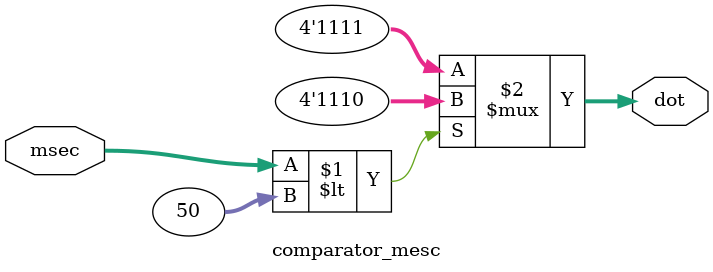
<source format=v>
`timescale 1ns / 1ps

module fnd_controller (
    input [15:0] dist,
    // input [6:0] msec,
    // input [5:0] sec,
    // min,
    // input [4:0] hour,
    input clk,
    reset,
    input sw_mode,
    output [7:0] fnd_font,
    output [3:0] fnd_comm
);

    // wire [3:0] w_digit_msec_1, w_digit_msec_10;
    // wire [3:0] w_digit_sec_1, w_digit_sec_10;
    // wire [3:0] w_digit_min_1, w_digit_min_10;
    // wire [3:0] w_digit_hour_1, w_digit_hour_10;
    wire [3:0] w_bcd;
    wire [2:0] w_seg_sel;
    wire w_clk_1khz;


    // wire [3:0] w_msec_sec, w_min_hour;
    // wire [3:0] dot;

    clock_divider U_clock_divider (
        .clk  (clk),
        .rst  (reset),
        .o_clk(w_clk_1khz)
    );

    // tick_generator_dp U_tick_generator_dp (
    //     .clk  (clk),
    //     .rst  (reset),
    //     .dp_tick(dp_tick)
    // );

    counter_8 U_counter_8 (
        .clk  (w_clk_1khz),
        .rst  (reset),
        .count(w_seg_sel)
    );

    decoder_3x8 U_decoder_3x8 (
        .seg_sel (w_seg_sel),
        .seg_comm(fnd_comm)
    );

    
    digit_splitter #(
        .BIT_WIDTH(7)
    ) U_msec_digit_splitter (
        .bcd(msec),
        .digit_1(w_digit_msec_1),
        .digit_10(w_digit_msec_10)
    );

    digit_splitter #(
        .BIT_WIDTH(6)
    ) U_sec_digit_splitter (
        .bcd(sec),
        .digit_1(w_digit_sec_1),
        .digit_10(w_digit_sec_10)
    );

    digit_splitter #(
        .BIT_WIDTH(6)
    ) U_min_digit_splitter (
        .bcd(min),
        .digit_1(w_digit_min_1),
        .digit_10(w_digit_min_10)
    );

    digit_splitter #(
        .BIT_WIDTH(5)
    ) U_hour_digit_splitter (
        .bcd(hour),
        .digit_1(w_digit_hour_1),
        .digit_10(w_digit_hour_10)
    );

    //
    mux_8x1 U_mux_8x1_msec_sec (
        .sel(w_seg_sel),
        .a0 (w_digit_msec_1),
        .a1 (w_digit_msec_10),
        .a2 (w_digit_sec_1),
        .a3 (w_digit_sec_10),
        .a4 (4'hf),
        .a5 (4'hf),
        .a6 (dot),
        .a7 (4'hf),
        .b  (w_msec_sec)
    );

    mux_8x1 U_mux_8x1_min_hour (
        .sel(w_seg_sel),
        .a0 (w_digit_min_1),
        .a1 (w_digit_min_10),
        .a2 (w_digit_hour_1),
        .a3 (w_digit_hour_10),
        .a4 (4'hf),
        .a5 (4'hf),
        .a6 (dot),
        .a7 (4'hf),
        .b  (w_min_hour)
    );

    // mux_2x1 U_mux_2x1 (
    //     .sel(sw_mode),
    //     .a0 (w_msec_sec),
    //     .a1 (w_min_hour),
    //     .b  (w_bcd)
    // );

    bcdtoseg U_bcdtoseg (
        .bcd(w_bcd),
        .seg(fnd_font)
    );
    
    comparator_mesc U_comparator_msec(  
        .msec(msec),
        .dot(dot)
    );

endmodule

module clock_divider (
    input clk,
    rst,
    output reg o_clk
);
    parameter COUNT = 100_000; // 1ms
    // $clog2 숫자를 나타내는데 필요한 비트 수 계산
    reg [$clog2(COUNT)-1:0] r_counter;

    always @(posedge clk or posedge rst) begin
        if (rst) begin
            r_counter <= 0;
            o_clk <= 0;
        end else begin
            if (r_counter == (COUNT/2) - 1) begin
                r_counter <= 0;
                o_clk <= ~o_clk;  // **토글 방식으로 변경**
            end else begin
                r_counter <= r_counter + 1;
            end
        end
    end
endmodule


// 8진 counter
module counter_8 (
    input clk,
    rst,
    output reg [2:0] count
);
    // 순차회로에서는 = 대신 <= 사용
    // 순차회로 -> 주기가 생겨서 행동을 나눌 수 있음
    always @(posedge clk, posedge rst) begin // clk의 상승 엣지 발생, reset이 눌릴 때
        if (rst) begin
            count <= 0;
        end else begin
            count <= count + 1;
        end
    end

endmodule

// 3x8 decoder
module decoder_3x8 (
    input [2:0] seg_sel,
    output reg [3:0] seg_comm
);
    // 2x4 decoder
    always @(seg_sel) begin
        case (seg_sel)
            3'b000:  seg_comm = 4'b1110;
            3'b001:  seg_comm = 4'b1101;
            3'b010:  seg_comm = 4'b1011;
            3'b011:  seg_comm = 4'b0111;
            3'b100:  seg_comm = 4'b1110;
            3'b101:  seg_comm = 4'b1101;
            3'b110:  seg_comm = 4'b1011;
            3'b111:  seg_comm = 4'b0111;
            default: seg_comm = 4'b1111;
        endcase
    end

endmodule

module digit_splitter #(
    parameter BIT_WIDTH = 7
) (
    input [BIT_WIDTH-1:0] bcd,
    output [3:0] digit_1, digit_10
);

    assign digit_1  = bcd % 10;  // 1의 자리
    assign digit_10 = bcd / 10 % 10;  // 10의 자리

endmodule

module mux_8x1 (
    input [2:0] sel,
    input [3:0] a0,
    input [3:0] a1,
    input [3:0] a2,
    input [3:0] a3,
    input [3:0] a4,
    input [3:0] a5,
    input [3:0] a6,
    input [3:0] a7,
    output reg [3:0] b
);

    always @(*) begin
        case (sel)
            3'b000:  b = a0;
            3'b001:  b = a1;
            3'b010:  b = a2;
            3'b011:  b = a3;
            3'b100:  b = a4;
            3'b101:  b = a5;
            3'b110:  b = a6;
            3'b111:  b = a7;
            default: b = 4'hf;
        endcase
    end

endmodule

module mux_2x1 (
    input sel,
    input [3:0] a0,
    input [3:0] a1,
    output reg [3:0] b
);

    always @(*) begin
        case (sel)
            1'b0: b = a0;
            1'b1: b = a1;
            default: b = 4'hf;
        endcase
    end

endmodule


// module mux_4x1 (
//     input [1:0] sel,
//     input [3:0] digit_1, digit_10, digit_100, digit_1000,
//     output reg [3:0] bcd
// );
//     // * : input 모두 감시, 아니면 개별 입력 선택 가능
//     // always : @이벤트 이하를 항상 감시한다. ()의 변화가 있으면, begin - end
//     // always구문 안에서 좌변은 반드시 reg 자료형 선언
//     always @(sel, digit_1, digit_10, digit_100, digit_1000) begin
//         case (sel)
//             2'b00: bcd = digit_1;
//             2'b01: bcd = digit_10;
//             2'b10: bcd = digit_100;
//             2'b11: bcd = digit_1000;
//             default: bcd = 4'bx;
//         endcase
//     end
// endmodule

module bcdtoseg (
    input [3:0] bcd,  // [7:0] SUM 값
    output reg [7:0] seg  // default가 wire이므로 reg로 변경
);

    // always 구문 출력으로 reg type을 가져야 한다. wire는 안 된다.
    always @(bcd) begin
        case (bcd)
            4'h0: seg = 8'hC0;
            4'h1: seg = 8'hF9;
            4'h2: seg = 8'hA4;
            4'h3: seg = 8'hB0;
            4'h4: seg = 8'h99;
            4'h5: seg = 8'h92;
            4'h6: seg = 8'h82;
            4'h7: seg = 8'hF8;
            4'h8: seg = 8'h80;
            4'h9: seg = 8'h90;
            4'hA: seg = 8'h88;
            4'hB: seg = 8'h83;
            4'hC: seg = 8'hC6;
            4'hD: seg = 8'hA1;
            4'hE: seg = 8'h7f; // dp on
            4'hF: seg = 8'hff;  // segment off
            default: seg = 8'hFF;

        endcase
    end
endmodule

module comparator_mesc (
    input [6:0] msec,
    output [3:0] dot
);

    assign dot = (msec<50)? 4'hE : 4'hF; // dot on/off
    
endmodule
</source>
